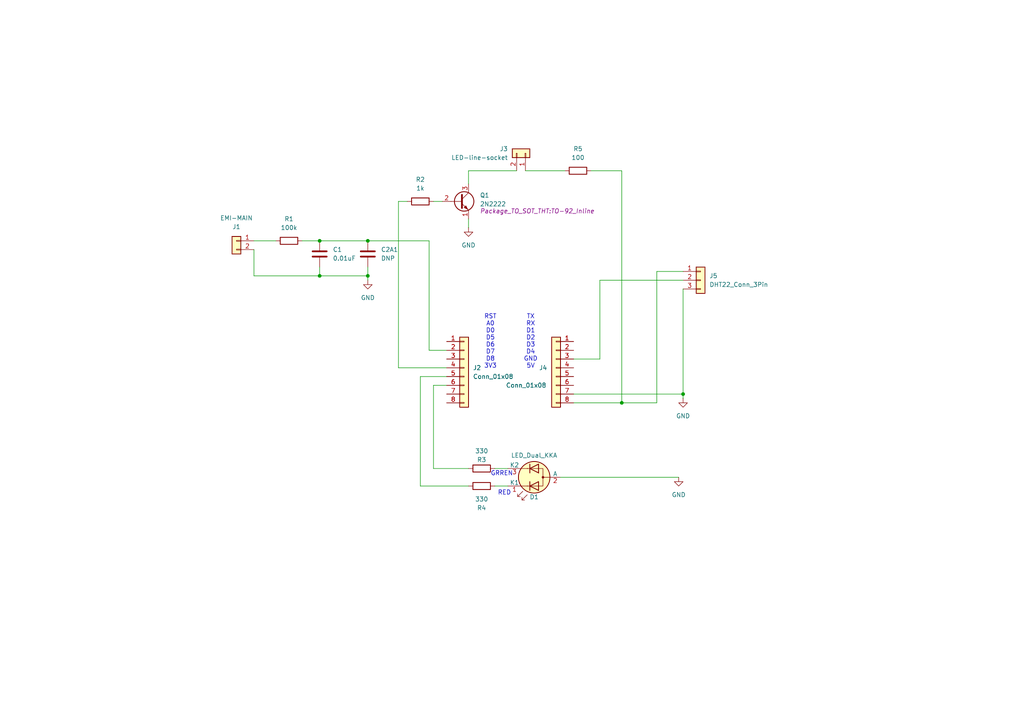
<source format=kicad_sch>
(kicad_sch (version 20250114) (generator "eeschema") (generator_version "9.0")
  (paper "A4")
  (lib_symbols
    (symbol "Connector_Generic:Conn_01x08" (pin_names (offset 1.016) (hide yes))
      (property "Reference" "J" (at 0 10.16 0))
      (property "Value" "Conn_01x08" (at 0 -12.7 0))
      (symbol "Conn_01x08_1_1"
        (rectangle (start -1.27 8.89) (end 1.27 -11.43) (stroke (width 0.254)) (fill (type background)))
        (rectangle (start -1.27 7.747) (end 0 7.493) (stroke (width 0.1524)))
        (rectangle (start -1.27 5.207) (end 0 4.953) (stroke (width 0.1524)))
        (rectangle (start -1.27 2.667) (end 0 2.413) (stroke (width 0.1524)))
        (rectangle (start -1.27 0.127) (end 0 -0.127) (stroke (width 0.1524)))
        (rectangle (start -1.27 -2.413) (end 0 -2.667) (stroke (width 0.1524)))
        (rectangle (start -1.27 -4.953) (end 0 -5.207) (stroke (width 0.1524)))
        (rectangle (start -1.27 -7.493) (end 0 -7.747) (stroke (width 0.1524)))
        (rectangle (start -1.27 -10.033) (end 0 -10.287) (stroke (width 0.1524)))
        (pin passive line (at -5.08 7.62 0) (length 3.81) (name "Pin_1") (number "1"))
        (pin passive line (at -5.08 5.08 0) (length 3.81) (name "Pin_2") (number "2"))
        (pin passive line (at -5.08 2.54 0) (length 3.81) (name "Pin_3") (number "3"))
        (pin passive line (at -5.08 0 0) (length 3.81) (name "Pin_4") (number "4"))
        (pin passive line (at -5.08 -2.54 0) (length 3.81) (name "Pin_5") (number "5"))
        (pin passive line (at -5.08 -5.08 0) (length 3.81) (name "Pin_6") (number "6"))
        (pin passive line (at -5.08 -7.62 0) (length 3.81) (name "Pin_7") (number "7"))
        (pin passive line (at -5.08 -10.16 0) (length 3.81) (name "Pin_8") (number "8"))
      )
    )
    (symbol "Connector_Generic:DHT22_Conn_3Pin" (pin_names (offset 1.016) (hide yes))
      (property "Reference" "J" (at 0 5.08 0))
      (property "Value" "DHT22_Conn_3Pin" (at 0 -5.08 0))
      (symbol "DHT22_Conn_3Pin_1_1"
        (rectangle (start -1.27 3.81) (end 1.27 -3.81) (stroke (width 0.254)) (fill (type background)))
        (rectangle (start -1.27 2.667) (end 0 2.413) (stroke (width 0.1524)))
        (rectangle (start -1.27 0.127) (end 0 -0.127) (stroke (width 0.1524)))
        (rectangle (start -1.27 -2.413) (end 0 -2.667) (stroke (width 0.1524)))
        (pin passive line (at -5.08 2.54 0) (length 3.81) (name "VCC") (number "1"))
        (pin passive line (at -5.08 0 0) (length 3.81) (name "DATA") (number "2"))
        (pin passive line (at -5.08 -2.54 0) (length 3.81) (name "GND") (number "3"))
      )
    )
    (symbol "Connector_Generic:EMI-MAIN" (pin_names (offset 1.016) (hide yes))
      (property "Reference" "J" (at 0 2.54 0))
      (property "Value" "EMI-MAIN" (at 0 -5.08 0))
      (symbol "EMI-MAIN_1_1"
        (rectangle (start -1.27 1.27) (end 1.27 -3.81) (stroke (width 0.254)) (fill (type background)))
        (rectangle (start -1.27 0.127) (end 0 -0.127) (stroke (width 0.1524)))
        (rectangle (start -1.27 -2.413) (end 0 -2.667) (stroke (width 0.1524)))
        (pin passive line (at -5.08 0 0) (length 3.81) (name "EMI_SIG") (number "1"))
        (pin passive line (at -5.08 -2.54 0) (length 3.81) (name "GND") (number "2"))
      )
    )
    (symbol "Connector_Generic:LED-line-socket" (pin_names (offset 1.016) (hide yes))
      (property "Reference" "J" (at 0 2.54 0))
      (property "Value" "LED-line-socket" (at 0 -5.08 0))
      (symbol "LED-line-socket_1_1"
        (rectangle (start -1.27 1.27) (end 1.27 -3.81) (stroke (width 0.254)) (fill (type background)))
        (rectangle (start -1.27 0.127) (end 0 -0.127) (stroke (width 0.1524)))
        (rectangle (start -1.27 -2.413) (end 0 -2.667) (stroke (width 0.1524)))
        (pin passive line (at -5.08 0 0) (length 3.81) (name "IR_LED+") (number "1"))
        (pin passive line (at -5.08 -2.54 0) (length 3.81) (name "IR_LED-") (number "2"))
      )
    )
    (symbol "Device:C" (pin_numbers (hide yes)) (pin_names (offset 0.254))
      (property "Reference" "C" (at 0.635 2.54 0))
      (property "Value" "C" (at 0.635 -2.54 0))
      (symbol "C_0_1"
        (polyline (pts (xy -2.032 0.762) (xy 2.032 0.762)) (stroke (width 0.508)))
        (polyline (pts (xy -2.032 -0.762) (xy 2.032 -0.762)) (stroke (width 0.508)))
      )
      (symbol "C_1_1"
        (pin passive line (at 0 3.81 270) (length 2.794) (name "~") (number "1"))
        (pin passive line (at 0 -3.81 90) (length 2.794) (name "~") (number "2"))
      )
    )
    (symbol "Device:LED_D5.0mm-3_Dual_CC_Middle" (pin_names (offset 0))
      (property "Reference" "D" (at 0 5.715 0))
      (property "Value" "LED_D5.0mm-3_Dual_CC_Middle" (at 0 -6.35 0))
      (symbol "LED_D5.0mm-3_Dual_CC_Middle_0_1"
        (polyline (pts (xy -4.572 0) (xy -2.54 0)))
        (circle (center -2.54 0) (radius 0.2794) (fill (type outline)))
        (polyline (pts (xy -1.27 3.81) (xy -1.27 1.27) (xy 1.27 2.54) (xy -1.27 3.81)) (stroke (width 0.254)))
        (polyline (pts (xy -1.27 -1.27) (xy -1.27 -3.81) (xy 1.27 -2.54) (xy -1.27 -1.27)) (stroke (width 0.254)))
        (circle (center 0 0) (radius 4.572) (stroke (width 0.254)) (fill (type background)))
        (polyline (pts (xy 1.27 3.81) (xy 1.27 1.27)) (stroke (width 0.254)))
        (polyline (pts (xy 1.27 -1.27) (xy 1.27 -3.81)) (stroke (width 0.254)))
        (polyline (pts (xy 2.032 5.08) (xy 3.556 6.604) (xy 2.794 6.604) (xy 3.556 6.604) (xy 3.556 5.842)))
        (polyline (pts (xy 2.032 2.54) (xy -2.54 2.54) (xy -2.54 -2.54) (xy 2.032 -2.54)))
        (polyline (pts (xy 3.302 4.064) (xy 4.826 5.588) (xy 4.064 5.588) (xy 4.826 5.588) (xy 4.826 4.826)))
        (polyline (pts (xy 3.81 2.54) (xy 1.905 2.54)))
        (polyline (pts (xy 3.81 -2.54) (xy 1.905 -2.54)))
      )
      (symbol "LED_D5.0mm-3_Dual_CC_Middle_1_1"
        (pin input line (at -7.62 0 0) (length 3.048) (name "A") (number "2"))
        (pin input line (at 7.62 2.54 180) (length 3.81) (name "K1") (number "1"))
        (pin input line (at 7.62 -2.54 180) (length 3.81) (name "K2") (number "3"))
      )
    )
    (symbol "Device:R" (pin_numbers (hide yes)) (pin_names (offset 0))
      (property "Reference" "R" (at 2.032 0 90))
      (property "Value" "R" (at 0 0 90))
      (symbol "R_0_1"
        (rectangle (start -1.016 -2.54) (end 1.016 2.54) (stroke (width 0.254)))
      )
      (symbol "R_1_1"
        (pin passive line (at 0 3.81 270) (length 1.27) (name "~") (number "1"))
        (pin passive line (at 0 -3.81 90) (length 1.27) (name "~") (number "2"))
      )
    )
    (symbol "Transistor_BJT:2N2219" (pin_names (offset 0) (hide yes))
      (property "Reference" "Q" (at 5.08 1.905 0))
      (property "Value" "2N2219" (at 5.08 0 0))
      (symbol "2N2219_0_1"
        (polyline (pts (xy -2.54 0) (xy 0.635 0)))
        (polyline (pts (xy 0.635 1.905) (xy 0.635 -1.905)) (stroke (width 0.508)))
        (circle (center 1.27 0) (radius 2.8194) (stroke (width 0.254)))
      )
      (symbol "2N2219_1_1"
        (polyline (pts (xy 0.635 0.635) (xy 2.54 2.54)))
        (polyline (pts (xy 0.635 -0.635) (xy 2.54 -2.54)))
        (polyline (pts (xy 1.27 -1.778) (xy 1.778 -1.27) (xy 2.286 -2.286) (xy 1.27 -1.778)) (fill (type outline)))
        (pin input line (at -5.08 0 0) (length 2.54) (name "B") (number "2"))
        (pin passive line (at 2.54 5.08 270) (length 2.54) (name "C") (number "3"))
        (pin passive line (at 2.54 -5.08 90) (length 2.54) (name "E") (number "1"))
      )
    )
    (symbol "power:GND" (power) (pin_numbers (hide yes)) (pin_names (offset 0) (hide yes))
      (property "Value" "GND" (at 0 -3.81 0))
      (symbol "GND_0_1"
        (polyline (pts (xy 0 0) (xy 0 -1.27) (xy 1.27 -1.27) (xy 0 -2.54) (xy -1.27 -1.27) (xy 0 -1.27)))
      )
      (symbol "GND_1_1"
        (pin power_in line (at 0 0 270) (length 0) (name "~") (number "1"))
      )
    )
  )
  (text "TX\nRX\nD1\nD2\nD3\nD4\nGND\n5V\n" (at 153.924 99.06 0) (effects (font (size 1.27 1.27))))
  (text "RST\nA0\nD0\nD5\nD6\nD7\nD8\n3V3\n" (at 142.24 99.06 0) (effects (font (size 1.27 1.27))))
  (text "GRREN" (at 145.542 137.414 0) (effects (font (size 1.27 1.27))))
  (text "RED" (at 146.304 143.002 0) (effects (font (size 1.27 1.27))))
  (junction (at 106.68 69.85))
  (junction (at 92.71 69.85))
  (junction (at 198.12 114.3))
  (junction (at 180.34 116.84))
  (junction (at 106.68 80.01))
  (junction (at 92.71 80.01))
  (wire (pts (xy 180.34 49.53) (xy 180.34 116.84)))
  (wire (pts (xy 135.89 49.53) (xy 149.86 49.53)))
  (wire (pts (xy 129.54 111.76) (xy 125.73 111.76)))
  (wire (pts (xy 166.37 104.14) (xy 173.99 104.14)))
  (wire (pts (xy 73.66 80.01) (xy 92.71 80.01)))
  (wire (pts (xy 162.56 138.43) (xy 196.85 138.43)))
  (wire (pts (xy 190.5 78.74) (xy 198.12 78.74)))
  (wire (pts (xy 135.89 49.53) (xy 135.89 53.34)))
  (wire (pts (xy 180.34 116.84) (xy 190.5 116.84)))
  (wire (pts (xy 121.92 140.97) (xy 135.89 140.97)))
  (wire (pts (xy 124.46 101.6) (xy 129.54 101.6)))
  (wire (pts (xy 180.34 49.53) (xy 171.45 49.53)))
  (wire (pts (xy 198.12 114.3) (xy 198.12 115.57)))
  (wire (pts (xy 92.71 80.01) (xy 106.68 80.01)))
  (wire (pts (xy 92.71 77.47) (xy 92.71 80.01)))
  (wire (pts (xy 152.4 49.53) (xy 163.83 49.53)))
  (wire (pts (xy 124.46 69.85) (xy 124.46 101.6)))
  (wire (pts (xy 135.89 63.5) (xy 135.89 66.04)))
  (wire (pts (xy 73.66 72.39) (xy 73.66 80.01)))
  (wire (pts (xy 125.73 111.76) (xy 125.73 135.89)))
  (wire (pts (xy 106.68 69.85) (xy 124.46 69.85)))
  (wire (pts (xy 125.73 58.42) (xy 128.27 58.42)))
  (wire (pts (xy 166.37 116.84) (xy 180.34 116.84)))
  (wire (pts (xy 129.54 109.22) (xy 121.92 109.22)))
  (wire (pts (xy 106.68 80.01) (xy 106.68 81.28)))
  (wire (pts (xy 143.51 135.89) (xy 147.32 135.89)))
  (wire (pts (xy 106.68 77.47) (xy 106.68 80.01)))
  (wire (pts (xy 115.57 106.68) (xy 129.54 106.68)))
  (wire (pts (xy 143.51 140.97) (xy 147.32 140.97)))
  (wire (pts (xy 166.37 114.3) (xy 198.12 114.3)))
  (wire (pts (xy 92.71 69.85) (xy 106.68 69.85)))
  (wire (pts (xy 173.99 104.14) (xy 173.99 81.28)))
  (wire (pts (xy 121.92 109.22) (xy 121.92 140.97)))
  (wire (pts (xy 87.63 69.85) (xy 92.71 69.85)))
  (wire (pts (xy 125.73 135.89) (xy 135.89 135.89)))
  (wire (pts (xy 190.5 78.74) (xy 190.5 116.84)))
  (wire (pts (xy 73.66 69.85) (xy 80.01 69.85)))
  (wire (pts (xy 115.57 58.42) (xy 118.11 58.42)))
  (wire (pts (xy 198.12 83.82) (xy 198.12 114.3)))
  (wire (pts (xy 173.99 81.28) (xy 198.12 81.28)))
  (wire (pts (xy 115.57 106.68) (xy 115.57 58.42)))
  (symbol (lib_id "Device:R") (at 139.7 135.89 90) (unit 1)
    (property "Reference" "R3" (at 139.7 133.35 90))
    (property "Value" "330" (at 139.7 130.81 90))
    (property "Footprint" "Resistor_THT:R_Axial_DIN0204_L3.6mm_D1.6mm_P5.08mm_Horizontal" (effects (hide yes)))
    (property "Description" "Resistor" (effects (hide yes)))
  )
  (symbol (lib_id "power:GND") (at 106.68 81.28 0) (unit 1)
    (property "Reference" "#PWR0104" (effects (hide yes)))
    (property "Value" "GND" (at 106.68 86.36 0))
    (property "Description" "Power symbol creates a global label with name \"GND\" , ground" (effects (hide yes)))
  )
  (symbol (lib_id "Connector_Generic:LED-line-socket") (at 152.4 44.45 270) (mirror x) (unit 1)
    (property "Reference" "J3" (at 147.32 43.1799 90) (effects (justify right)))
    (property "Value" "LED-line-socket" (at 147.32 45.7199 90) (effects (justify right)))
    (property "Footprint" "Connector_JST:JST_PH_B2B-PH-K_1x02_P2.00mm_Vertical" (effects (hide yes)))
    (property "Description" "Generic connector, single row, 01x02, script generated (kicad-library-utils/schlib/autogen/connector/)" (effects (hide yes)))
  )
  (symbol (lib_id "Device:R") (at 139.7 140.97 270) (unit 1)
    (property "Reference" "R4" (at 139.7 147.32 90))
    (property "Value" "330" (at 139.7 144.78 90))
    (property "Footprint" "Resistor_THT:R_Axial_DIN0204_L3.6mm_D1.6mm_P5.08mm_Horizontal" (effects (hide yes)))
    (property "Description" "Resistor" (effects (hide yes)))
  )
  (symbol (lib_id "power:GND") (at 135.89 66.04 0) (unit 1)
    (property "Reference" "#PWR0103" (effects (hide yes)))
    (property "Value" "GND" (at 135.89 71.12 0))
    (property "Description" "Power symbol creates a global label with name \"GND\" , ground" (effects (hide yes)))
  )
  (symbol (lib_id "Connector_Generic:Conn_01x08") (at 161.29 106.68 0) (mirror y) (unit 1)
    (property "Reference" "J4" (at 158.75 106.6799 0) (effects (justify left)))
    (property "Value" "Conn_01x08" (at 158.496 111.76 0) (effects (justify left)))
    (property "Footprint" "Connector_PinHeader_2.54mm:PinHeader_1x08_P2.54mm_Vertical" (effects (hide yes)))
    (property "Description" "Generic connector, single row, 01x08, script generated (kicad-library-utils/schlib/autogen/connector/)" (effects (hide yes)))
  )
  (symbol (lib_id "Device:LED_D5.0mm-3_Dual_CC_Middle") (at 154.94 138.43 180) (unit 1)
    (property "Reference" "D1" (at 154.94 144.145 0))
    (property "Value" "LED_Dual_KKA" (at 154.94 132.08 0))
    (property "Footprint" "LED_THT:LED_D5.0mm-3" (effects (hide yes)))
    (property "Description" "Dual LED, common anode on pin 3" (effects (hide yes)))
  )
  (symbol (lib_id "Device:R") (at 83.82 69.85 90) (unit 1)
    (property "Reference" "R1" (at 83.82 63.5 90))
    (property "Value" "100k" (at 83.82 66.04 90))
    (property "Footprint" "Resistor_THT:R_Axial_DIN0204_L3.6mm_D1.6mm_P5.08mm_Horizontal" (effects (hide yes)))
    (property "Description" "Resistor" (effects (hide yes)))
  )
  (symbol (lib_id "Connector_Generic:DHT22_Conn_3Pin") (at 203.2 81.28 0) (unit 1)
    (property "Reference" "J5" (at 205.74 80.0099 0) (effects (justify left)))
    (property "Value" "DHT22_Conn_3Pin" (at 205.74 82.5499 0) (effects (justify left)))
    (property "Footprint" "Connector_PinHeader_2.54mm:PinHeader_1x03_P2.54mm_Vertical" (effects (hide yes)))
    (property "Description" "Generic connector, single row, 01x03, script generated (kicad-library-utils/schlib/autogen/connector/)" (effects (hide yes)))
  )
  (symbol (lib_id "Connector_Generic:EMI-MAIN") (at 68.58 69.85 0) (mirror y) (unit 1)
    (property "Reference" "J1" (at 68.58 65.786 0))
    (property "Value" "EMI-MAIN" (at 68.58 63.246 0))
    (property "Footprint" "Connector_Coaxial:U.FL_Hirose_U.FL-R-SMT-1_Vertical" (effects (hide yes)))
    (property "Description" "Generic connector, single row, 01x02, script generated (kicad-library-utils/schlib/autogen/connector/)" (effects (hide yes)))
  )
  (symbol (lib_id "Device:R") (at 167.64 49.53 90) (unit 1)
    (property "Reference" "R5" (at 167.64 43.18 90))
    (property "Value" "100" (at 167.64 45.72 90))
    (property "Footprint" "Resistor_THT:R_Axial_DIN0204_L3.6mm_D1.6mm_P5.08mm_Horizontal" (effects (hide yes)))
    (property "Description" "Resistor" (effects (hide yes)))
  )
  (symbol (lib_id "Device:R") (at 121.92 58.42 90) (unit 1)
    (property "Reference" "R2" (at 121.92 52.07 90))
    (property "Value" "1k" (at 121.92 54.61 90))
    (property "Footprint" "Resistor_THT:R_Axial_DIN0204_L3.6mm_D1.6mm_P5.08mm_Horizontal" (effects (hide yes)))
    (property "Description" "Resistor" (effects (hide yes)))
  )
  (symbol (lib_id "power:GND") (at 196.85 138.43 0) (unit 1)
    (property "Reference" "#PWR0101" (effects (hide yes)))
    (property "Value" "GND" (at 196.85 143.51 0))
    (property "Description" "Power symbol creates a global label with name \"GND\" , ground" (effects (hide yes)))
  )
  (symbol (lib_id "Transistor_BJT:2N2219") (at 133.35 58.42 0) (unit 1)
    (property "Reference" "Q1" (at 139.192 56.6419 0) (effects (justify left)))
    (property "Value" "2N2222" (at 139.192 59.1819 0) (effects (justify left)))
    (property "Footprint" "Package_TO_SOT_THT:TO-92_Inline" (at 139.192 61.214 0) (effects (font (italic yes)) (justify left)))
    (property "Datasheet" "http://www.onsemi.com/pub_link/Collateral/2N2219-D.PDF" (effects (hide yes)))
    (property "Description" "800mA Ic, 50V Vce, NPN Transistor, TO-39" (effects (hide yes)))
  )
  (symbol (lib_id "Connector_Generic:Conn_01x08") (at 134.62 106.68 0) (unit 1)
    (property "Reference" "J2" (at 137.16 106.6799 0) (effects (justify left)))
    (property "Value" "Conn_01x08" (at 137.16 109.2199 0) (effects (justify left)))
    (property "Footprint" "Connector_PinHeader_2.54mm:PinHeader_1x08_P2.54mm_Vertical" (effects (hide yes)))
    (property "Description" "Generic connector, single row, 01x08, script generated (kicad-library-utils/schlib/autogen/connector/)" (effects (hide yes)))
  )
  (symbol (lib_id "power:GND") (at 198.12 115.57 0) (unit 1)
    (property "Reference" "#PWR0102" (effects (hide yes)))
    (property "Value" "GND" (at 198.12 120.65 0))
    (property "Description" "Power symbol creates a global label with name \"GND\" , ground" (effects (hide yes)))
  )
  (symbol (lib_id "Device:C") (at 106.68 73.66 0) (unit 1)
    (property "Reference" "C2A1" (at 110.49 72.3899 0) (effects (justify left)))
    (property "Value" "DNP" (at 110.49 74.9299 0) (effects (justify left)))
    (property "Footprint" "Capacitor_THT:C_Disc_D5.0mm_W2.5mm_P2.50mm" (effects (hide yes)))
    (property "Description" "Unpolarized capacitor" (effects (hide yes)))
  )
  (symbol (lib_id "Device:C") (at 92.71 73.66 0) (unit 1)
    (property "Reference" "C1" (at 96.52 72.3899 0) (effects (justify left)))
    (property "Value" "0.01uF" (at 96.52 74.9299 0) (effects (justify left)))
    (property "Footprint" "Capacitor_THT:C_Disc_D5.0mm_W2.5mm_P2.50mm" (effects (hide yes)))
    (property "Description" "Unpolarized capacitor" (effects (hide yes)))
  )
)
</source>
